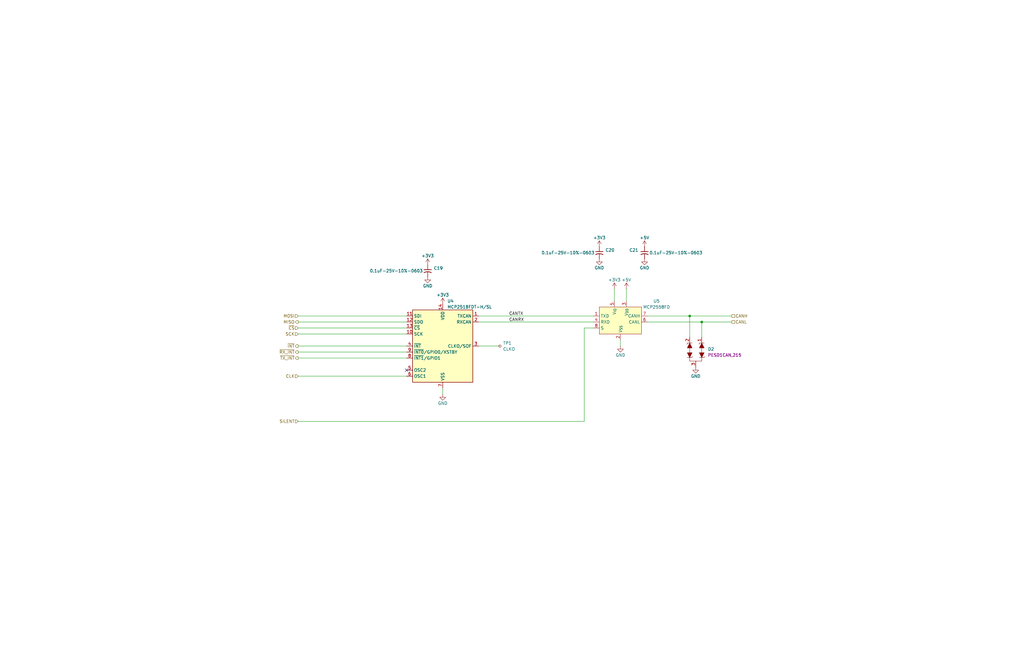
<source format=kicad_sch>
(kicad_sch (version 20250114) (generator "eeschema") (generator_version "9.0")
  (paper "B")
  (title_block (title "CAN I/O Expander") (date "2025-04-26") (rev "1") (company "Realtime Robotics"))
  (lib_symbols
    (symbol "Connector:TestPoint_Small" (pin_numbers (hide yes)) (pin_names (offset 0.762) (hide yes))
      (property "Reference" "TP" (at 0 3.81 0))
      (property "Value" "TestPoint_Small" (at 0 2.032 0))
      (symbol "TestPoint_Small_0_1"
        (circle (center 0 0) (radius 0.508))
      )
      (symbol "TestPoint_Small_1_1"
        (pin passive line (at 0 0 90) (length 0) (name "1") (number "1"))
      )
    )
    (symbol "Device:C_Small_US" (pin_numbers (hide yes)) (pin_names (offset 0.254) (hide yes))
      (property "Reference" "C" (at 0.254 1.778 0))
      (property "Value" "C_Small_US" (at 0.254 -2.032 0))
      (symbol "C_Small_US_0_1"
        (polyline (pts (xy -1.524 0.508) (xy 1.524 0.508)) (stroke (width 0.3048)))
        (arc (start -1.524 -0.762) (mid 0 -0.3734) (end 1.524 -0.762) (stroke (width 0.3048)))
      )
      (symbol "C_Small_US_1_1"
        (pin passive line (at 0 2.54 270) (length 2.032) (name "~") (number "1"))
        (pin passive line (at 0 -2.54 90) (length 2.032) (name "~") (number "2"))
      )
    )
    (symbol "Interface_CAN_LIN:MCP2518FD-xQBB"
      (property "Reference" "U6" (at 1.905 13.97 0))
      (property "Value" "MCP2518FDT-H/SL" (at 1.905 11.43 0))
      (symbol "MCP2518FD-xQBB_0_1"
        (rectangle (start -12.7 10.16) (end 12.7 -20.32) (stroke (width 0.254)) (fill (type background)))
      )
      (symbol "MCP2518FD-xQBB_1_1"
        (pin input line (at -15.24 7.62 0) (length 2.54) (name "SDI") (number "11"))
        (pin output line (at -15.24 5.08 0) (length 2.54) (name "SDO") (number "12"))
        (pin input line (at -15.24 2.54 0) (length 2.54) (name "~{CS}") (number "13"))
        (pin input line (at -15.24 0 0) (length 2.54) (name "SCK") (number "10"))
        (pin output line (at -15.24 -5.08 0) (length 2.54) (name "~{INT}") (number "4"))
        (pin bidirectional line (at -15.24 -7.62 0) (length 2.54) (name "~{INT0}/GPIO0/XSTBY") (number "9"))
        (pin bidirectional line (at -15.24 -10.16 0) (length 2.54) (name "~{INT1}/GPIO1") (number "8"))
        (pin output line (at -15.24 -15.24 0) (length 2.54) (name "OSC2") (number "5"))
        (pin input line (at -15.24 -17.78 0) (length 2.54) (name "OSC1") (number "6"))
        (pin power_in line (at 0 12.7 270) (length 2.54) (name "VDD") (number "14"))
        (pin power_in line (at 0 -22.86 90) (length 2.54) (name "VSS") (number "7"))
        (pin output line (at 15.24 7.62 180) (length 2.54) (name "TXCAN") (number "1"))
        (pin input line (at 15.24 5.08 180) (length 2.54) (name "RXCAN") (number "2"))
        (pin output line (at 15.24 -5.08 180) (length 2.54) (name "CLKO/SOF") (number "3"))
      )
    )
    (symbol "NX-IndicatorBoard:Microchip-MCP2558FDT-H/MF"
      (property "Reference" "U5" (at 15.24 2.5086 0))
      (property "Value" "MCP2558FD" (at 15.24 -0.0314 0))
      (symbol "Microchip-MCP2558FDT-H/MF_1_1"
        (rectangle (start -8.89 0) (end 8.89 -11.43) (fill (type background)))
        (pin input line (at -11.43 -3.81 0) (length 2.54) (name "TXD") (number "1"))
        (pin output line (at -11.43 -6.35 0) (length 2.54) (name "RXD") (number "4"))
        (pin input line (at -11.43 -8.89 0) (length 2.54) (name "S") (number "8"))
        (pin output line (at -2.54 2.54 270) (length 2.54) (name "V_{IO}") (number "5"))
        (pin passive line (at 0 -13.97 90) (length 2.54) (name "V_{SS}") (number "2"))
        (pin passive line (at 2.54 2.54 270) (length 2.54) (name "V_{DD}") (number "3"))
        (pin open_emitter line (at 11.43 -3.81 180) (length 2.54) (name "CANH") (number "7"))
        (pin open_collector line (at 11.43 -6.35 180) (length 2.54) (name "CANL") (number "6"))
      )
    )
    (symbol "PI-Power-Board:PESD1CAN" (pin_names (hide yes))
      (property "Reference" "D" (at 0 0 0))
      (property "MFG P/N" "PESD1CAN,215" (at 0 0 0))
      (symbol "PESD1CAN_0_1"
        (polyline (pts (xy -1.27 -1.524) (xy -1.27 -3.556) (xy -0.762 -3.556)))
        (polyline (pts (xy -1.27 -2.54) (xy 0.762 -2.54)))
        (polyline (pts (xy -1.27 -6.604) (xy -1.27 -8.636) (xy -0.762 -8.636)))
        (polyline (pts (xy -1.27 -7.62) (xy 0.762 -7.62)))
        (polyline (pts (xy 0.635 -2.54) (xy 3.175 -2.54)))
        (polyline (pts (xy 0.635 -7.62) (xy 3.175 -7.62)))
        (polyline (pts (xy 0.762 -1.524) (xy -1.27 -2.54) (xy 0.762 -3.556) (xy 0.762 -1.524)) (fill (type outline)))
        (polyline (pts (xy 0.762 -6.604) (xy -1.27 -7.62) (xy 0.762 -8.636) (xy 0.762 -6.604)) (fill (type outline)))
        (polyline (pts (xy 2.794 -3.556) (xy 4.826 -2.54) (xy 2.794 -1.524) (xy 2.794 -3.556)) (fill (type outline)))
        (polyline (pts (xy 2.794 -8.636) (xy 4.826 -7.62) (xy 2.794 -6.604) (xy 2.794 -8.636)) (fill (type outline)))
        (polyline (pts (xy 4.445 -2.54) (xy 6.35 -2.54) (xy 6.35 -7.62) (xy 4.445 -7.62)))
        (polyline (pts (xy 4.826 -2.54) (xy 2.794 -2.54)))
        (polyline (pts (xy 4.826 -3.556) (xy 4.826 -1.524) (xy 4.318 -1.524)))
        (polyline (pts (xy 4.826 -7.62) (xy 2.794 -7.62)))
        (polyline (pts (xy 4.826 -8.636) (xy 4.826 -6.604) (xy 4.318 -6.604)))
      )
      (symbol "PESD1CAN_1_1"
        (pin passive line (at -3.81 -2.54 0) (length 2.54) (name "K1") (number "1"))
        (pin passive line (at -3.81 -7.62 0) (length 2.54) (name "K1") (number "2"))
        (pin passive line (at 8.89 -5.08 180) (length 2.54) (name "KK") (number "3"))
      )
    )
    (symbol "power:+3V3" (power) (pin_names (offset 0))
      (property "Value" "+3V3" (at 0 3.556 0))
      (symbol "+3V3_0_1"
        (polyline (pts (xy -0.762 1.27) (xy 0 2.54)))
        (polyline (pts (xy 0 2.54) (xy 0.762 1.27)))
        (polyline (pts (xy 0 0) (xy 0 2.54)))
      )
      (symbol "+3V3_1_1"
        (pin power_in line (at 0 0 90) (length 0) (hide yes) (name "+3V3") (number "1"))
      )
    )
    (symbol "power:+5V" (power) (pin_numbers (hide yes)) (pin_names (offset 0) (hide yes))
      (property "Value" "+5V" (at 0 3.556 0))
      (symbol "+5V_0_1"
        (polyline (pts (xy -0.762 1.27) (xy 0 2.54)))
        (polyline (pts (xy 0 2.54) (xy 0.762 1.27)))
        (polyline (pts (xy 0 0) (xy 0 2.54)))
      )
      (symbol "+5V_1_1"
        (pin power_in line (at 0 0 90) (length 0) (name "~") (number "1"))
      )
    )
    (symbol "power:GND" (power) (pin_names (offset 0))
      (property "Value" "GND" (at 0 -3.81 0))
      (symbol "GND_0_1"
        (polyline (pts (xy 0 0) (xy 0 -1.27) (xy 1.27 -1.27) (xy 0 -2.54) (xy -1.27 -1.27) (xy 0 -1.27)))
      )
      (symbol "GND_1_1"
        (pin power_in line (at 0 0 270) (length 0) (hide yes) (name "GND") (number "1"))
      )
    )
  )
  (junction (at 290.83 133.35))
  (junction (at 295.91 135.89))
  (no_connect (at 171.45 156.21))
  (wire (pts (xy 125.73 151.13) (xy 171.45 151.13)))
  (wire (pts (xy 264.16 121.92) (xy 264.16 127)))
  (wire (pts (xy 125.73 133.35) (xy 171.45 133.35)))
  (wire (pts (xy 201.93 135.89) (xy 250.19 135.89)))
  (wire (pts (xy 273.05 135.89) (xy 295.91 135.89)))
  (wire (pts (xy 125.73 146.05) (xy 171.45 146.05)))
  (wire (pts (xy 125.73 148.59) (xy 171.45 148.59)))
  (wire (pts (xy 201.93 146.05) (xy 210.82 146.05)))
  (wire (pts (xy 290.83 133.35) (xy 290.83 142.24)))
  (wire (pts (xy 186.69 163.83) (xy 186.69 166.37)))
  (wire (pts (xy 259.08 121.92) (xy 259.08 127)))
  (wire (pts (xy 273.05 133.35) (xy 290.83 133.35)))
  (wire (pts (xy 246.38 138.43) (xy 246.38 177.8)))
  (wire (pts (xy 125.73 138.43) (xy 171.45 138.43)))
  (wire (pts (xy 295.91 135.89) (xy 295.91 142.24)))
  (wire (pts (xy 125.73 177.8) (xy 246.38 177.8)))
  (wire (pts (xy 290.83 133.35) (xy 308.61 133.35)))
  (wire (pts (xy 201.93 133.35) (xy 250.19 133.35)))
  (wire (pts (xy 295.91 135.89) (xy 308.61 135.89)))
  (wire (pts (xy 125.73 140.97) (xy 171.45 140.97)))
  (wire (pts (xy 250.19 138.43) (xy 246.38 138.43)))
  (wire (pts (xy 125.73 158.75) (xy 171.45 158.75)))
  (wire (pts (xy 125.73 135.89) (xy 171.45 135.89)))
  (wire (pts (xy 261.62 143.51) (xy 261.62 146.05)))
  (label "CANTX" (at 214.63 133.35 0))
  (label "CANRX" (at 214.63 135.89 0))
  (hierarchical_label "~{CS}" (shape input) (at 125.73 138.43 180))
  (hierarchical_label "MOSI" (shape input) (at 125.73 133.35 180))
  (hierarchical_label "SILENT" (shape input) (at 125.73 177.8 180))
  (hierarchical_label "MISO" (shape output) (at 125.73 135.89 180))
  (hierarchical_label "CLK" (shape input) (at 125.73 158.75 180))
  (hierarchical_label "CANH" (shape passive) (at 308.61 133.35 0))
  (hierarchical_label "~{RX_INT}" (shape output) (at 125.73 148.59 180))
  (hierarchical_label "SCK" (shape input) (at 125.73 140.97 180))
  (hierarchical_label "~{INT}" (shape output) (at 125.73 146.05 180))
  (hierarchical_label "CANL" (shape passive) (at 308.61 135.89 0))
  (hierarchical_label "~{TX_INT}" (shape output) (at 125.73 151.13 180))
  (symbol (lib_id "PI-Power-Board:PESD1CAN") (at 298.45 146.05 270) (unit 1)
    (property "Reference" "D2" (at 298.45 147.3199 90) (effects (justify left)))
    (property "Value" "PESD1CAN" (effects (hide yes)))
    (property "Footprint" "Package_TO_SOT_SMD:SOT-23" (effects (hide yes)))
    (property "Datasheet" "Components/Nexperia-PESD1CAN.pdf" (effects (hide yes)))
    (property "MFG" "Nexperia" (effects (hide yes)))
    (property "MFG P/N" "PESD1CAN,215" (at 298.45 149.8599 90) (effects (justify left)))
    (property "DIST" "Digikey" (effects (hide yes)))
    (property "DIST P/N" "1727-3817-1-ND" (effects (hide yes)))
  )
  (symbol (lib_id "power:+5V") (at 264.16 121.92 0) (unit 1)
    (property "Reference" "#PWR033" (effects (hide yes)))
    (property "Value" "+5V" (at 264.16 118.11 0))
    (property "Description" "Power symbol creates a global label with name \"+5V\"" (effects (hide yes)))
  )
  (symbol (lib_id "Device:C_Small_US") (at 252.73 106.68 0) (unit 1)
    (property "Reference" "C20" (at 255.27 105.5369 0) (effects (justify left)))
    (property "Value" "0.1uF-25V-10%-0603" (at 250.698 106.68 0) (effects (justify right)))
    (property "Footprint" "Capacitor_SMD:C_0603_1608Metric" (effects (hide yes)))
    (property "Description" "capacitor, small US symbol" (effects (hide yes)))
  )
  (symbol (lib_id "power:GND") (at 252.73 109.22 0) (unit 1)
    (property "Reference" "#PWR030" (effects (hide yes)))
    (property "Value" "GND" (at 252.73 113.03 0))
  )
  (symbol (lib_id "NX-IndicatorBoard:Microchip-MCP2558FDT-H/MF") (at 261.62 129.54 0) (unit 1)
    (property "Reference" "U5" (at 276.86 127.0314 0))
    (property "Value" "MCP2558FD" (at 276.86 129.5714 0))
    (property "Footprint" "Package_SO:SO-8_3.9x4.9mm_P1.27mm" (effects (hide yes)))
    (property "Datasheet" "Components/Microchip-MCP2558FD.pdf" (effects (hide yes)))
    (property "Description" "1/1 Transceiver CANbus 8-SOIC" (effects (hide yes)))
    (property "MFG" "Microchip" (effects (hide yes)))
    (property "MFG P/N" "MCP2558FD-H/SN" (effects (hide yes)))
    (property "DIST" "Digikey" (effects (hide yes)))
    (property "DIST P/N" "MCP2558FD-H/SN-ND" (effects (hide yes)))
  )
  (symbol (lib_id "power:+3V3") (at 180.34 111.76 0) (unit 1)
    (property "Reference" "#PWR024" (effects (hide yes)))
    (property "Value" "+3V3" (at 180.34 107.95 0))
  )
  (symbol (lib_id "power:GND") (at 186.69 166.37 0) (unit 1)
    (property "Reference" "#PWR027" (effects (hide yes)))
    (property "Value" "GND" (at 186.69 170.18 0))
  )
  (symbol (lib_id "Device:C_Small_US") (at 180.34 114.3 0) (unit 1)
    (property "Reference" "C19" (at 182.88 113.1569 0) (effects (justify left)))
    (property "Value" "0.1uF-25V-10%-0603" (at 178.308 114.3 0) (effects (justify right)))
    (property "Footprint" "Capacitor_SMD:C_0603_1608Metric" (effects (hide yes)))
    (property "Description" "capacitor, small US symbol" (effects (hide yes)))
  )
  (symbol (lib_id "power:+3V3") (at 252.73 104.14 0) (unit 1)
    (property "Reference" "#PWR029" (effects (hide yes)))
    (property "Value" "+3V3" (at 252.73 100.33 0))
  )
  (symbol (lib_id "power:GND") (at 261.62 146.05 0) (unit 1)
    (property "Reference" "#PWR032" (effects (hide yes)))
    (property "Value" "GND" (at 261.62 149.86 0))
  )
  (symbol (lib_id "power:GND") (at 180.34 116.84 0) (unit 1)
    (property "Reference" "#PWR025" (effects (hide yes)))
    (property "Value" "GND" (at 180.34 120.65 0))
  )
  (symbol (lib_id "power:+3V3") (at 259.08 121.92 0) (unit 1)
    (property "Reference" "#PWR031" (effects (hide yes)))
    (property "Value" "+3V3" (at 259.08 118.11 0))
  )
  (symbol (lib_id "Connector:TestPoint_Small") (at 210.82 146.05 0) (unit 1) (in_bom no)
    (property "Reference" "TP1" (at 212.09 144.7799 0) (effects (justify left)))
    (property "Value" "CLKO" (at 212.09 147.3199 0) (effects (justify left)))
    (property "Footprint" "TestPoint:TestPoint_THTPad_D1.0mm_Drill0.5mm" (effects (hide yes)))
    (property "Description" "test point" (effects (hide yes)))
  )
  (symbol (lib_id "power:GND") (at 293.37 154.94 0) (unit 1)
    (property "Reference" "#PWR036" (effects (hide yes)))
    (property "Value" "GND" (at 293.37 158.75 0))
  )
  (symbol (lib_id "power:GND") (at 271.78 109.22 0) (unit 1)
    (property "Reference" "#PWR035" (effects (hide yes)))
    (property "Value" "GND" (at 271.78 113.03 0))
  )
  (symbol (lib_id "power:+3V3") (at 186.69 128.27 0) (unit 1)
    (property "Reference" "#PWR026" (effects (hide yes)))
    (property "Value" "+3V3" (at 186.69 124.46 0))
  )
  (symbol (lib_id "power:+5V") (at 271.78 104.14 0) (unit 1)
    (property "Reference" "#PWR034" (effects (hide yes)))
    (property "Value" "+5V" (at 271.78 100.33 0))
    (property "Description" "Power symbol creates a global label with name \"+5V\"" (effects (hide yes)))
  )
  (symbol (lib_id "Device:C_Small_US") (at 271.78 106.68 0) (mirror y) (unit 1)
    (property "Reference" "C21" (at 269.24 105.5369 0) (effects (justify left)))
    (property "Value" "0.1uF-25V-10%-0603" (at 273.812 106.68 0) (effects (justify right)))
    (property "Footprint" "Capacitor_SMD:C_0603_1608Metric" (effects (hide yes)))
    (property "Description" "capacitor, small US symbol" (effects (hide yes)))
  )
  (symbol (lib_id "Interface_CAN_LIN:MCP2518FD-xQBB") (at 186.69 140.97 0) (unit 1)
    (property "Reference" "U4" (at 188.595 127 0) (effects (justify left)))
    (property "Value" "MCP2518FDT-H/SL" (at 188.595 129.54 0) (effects (justify left)))
    (property "Footprint" "Package_SO:SO-14_3.9x8.65mm_P1.27mm" (effects (hide yes)))
    (property "Datasheet" "Components/Microchip-MCP2518.pdf" (effects (hide yes)))
    (property "Description" "CAN FD Controller with SPI Interface, up to 8 Mbps, Vdd 2.7..5.5V,  functional safety ready, VDFN-14" (effects (hide yes)))
    (property "MFG" "Microchip" (effects (hide yes)))
    (property "MFG P/N" "MCP2518FDT-H/SL" (effects (hide yes)))
    (property "DIST" "Digikey" (effects (hide yes)))
    (property "DIST P/N" "MCP2518FDT-H/SLCT-ND" (effects (hide yes)))
  )
)
</source>
